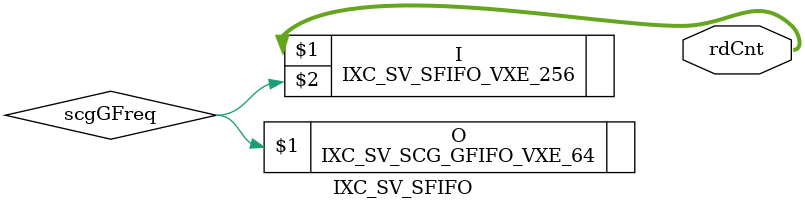
<source format=sv>
`timescale 1ps/1ps
module IXC_SV_SFIFO(output  [63:0] rdCnt );
wire  scgGFreq;
IXC_SV_SFIFO_VXE_256 I(rdCnt,scgGFreq); 
IXC_SV_SCG_GFIFO_VXE_64 O(scgGFreq); 
// pragma CVASTRPROP MODULE IXC_SV_SFIFO PROP_IXCOM_MOD TRUE
endmodule


</source>
